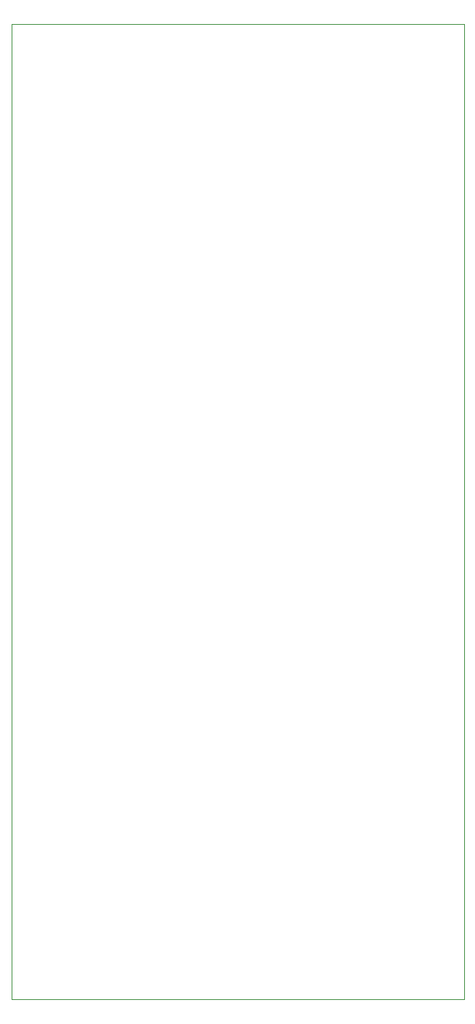
<source format=gbr>
G04 #@! TF.GenerationSoftware,KiCad,Pcbnew,(5.1.4-0-10_14)*
G04 #@! TF.CreationDate,2020-11-15T22:02:50-06:00*
G04 #@! TF.ProjectId,CEM3340_VCO,43454d33-3334-4305-9f56-434f2e6b6963,rev?*
G04 #@! TF.SameCoordinates,Original*
G04 #@! TF.FileFunction,Profile,NP*
%FSLAX46Y46*%
G04 Gerber Fmt 4.6, Leading zero omitted, Abs format (unit mm)*
G04 Created by KiCad (PCBNEW (5.1.4-0-10_14)) date 2020-11-15 22:02:50*
%MOMM*%
%LPD*%
G04 APERTURE LIST*
%ADD10C,0.050000*%
G04 APERTURE END LIST*
D10*
X90590000Y-26030000D02*
X140090000Y-26030000D01*
X90590000Y-26030000D02*
X90590000Y-132530000D01*
X90590000Y-132530000D02*
X140090000Y-132530000D01*
X140090000Y-26030000D02*
X140090000Y-132530000D01*
M02*

</source>
